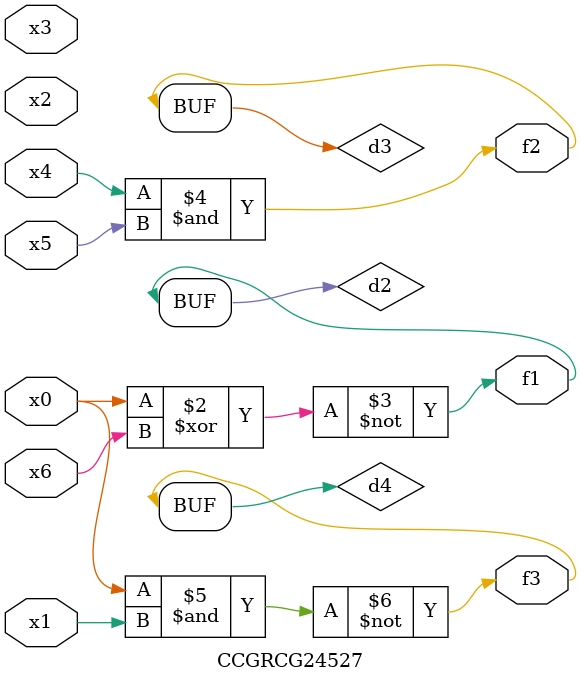
<source format=v>
module CCGRCG24527(
	input x0, x1, x2, x3, x4, x5, x6,
	output f1, f2, f3
);

	wire d1, d2, d3, d4;

	nor (d1, x0);
	xnor (d2, x0, x6);
	and (d3, x4, x5);
	nand (d4, x0, x1);
	assign f1 = d2;
	assign f2 = d3;
	assign f3 = d4;
endmodule

</source>
